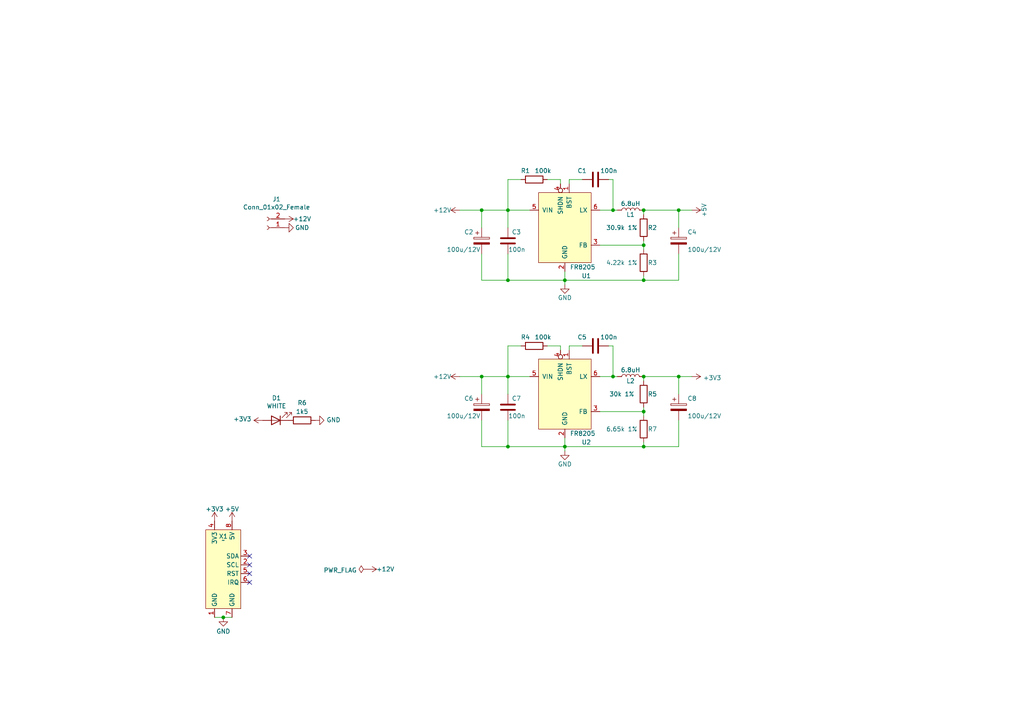
<source format=kicad_sch>
(kicad_sch (version 20220914) (generator eeschema)
  (paper "A4")
  (lib_symbols
    (symbol "Connector:Conn_01x02_Female" (pin_names (offset 1.016) hide)
      (property "Reference" "J" (at 0 2.54 0))
      (property "Value" "Conn_01x02_Female" (at 0 -5.08 0))
      (symbol "Conn_01x02_Female_1_1"
        (arc (start 0 -2.032) (mid -0.508 -2.54) (end 0 -3.048) (stroke (width 0.1524)))
        (polyline (pts (xy -1.27 -2.54) (xy -0.508 -2.54)) (stroke (width 0.1524)))
        (polyline (pts (xy -1.27 0) (xy -0.508 0)) (stroke (width 0.1524)))
        (arc (start 0 0.508) (mid -0.508 0) (end 0 -0.508) (stroke (width 0.1524)))
        (pin passive line (at -5.08 0 0) (length 3.81) (name "Pin_1") (number "1"))
        (pin passive line (at -5.08 -2.54 0) (length 3.81) (name "Pin_2") (number "2"))
      )
    )
    (symbol "Device:C" (pin_numbers hide) (pin_names (offset 0.254))
      (property "Reference" "C" (at 0.635 2.54 0))
      (property "Value" "C" (at 0.635 -2.54 0))
      (symbol "C_0_1"
        (polyline (pts (xy -2.032 -0.762) (xy 2.032 -0.762)) (stroke (width 0.508)))
        (polyline (pts (xy -2.032 0.762) (xy 2.032 0.762)) (stroke (width 0.508)))
      )
      (symbol "C_1_1"
        (pin passive line (at 0 3.81 270) (length 2.794) (name "~") (number "1"))
        (pin passive line (at 0 -3.81 90) (length 2.794) (name "~") (number "2"))
      )
    )
    (symbol "Device:C_Polarized" (pin_numbers hide) (pin_names (offset 0.254))
      (property "Reference" "C" (at 0.635 2.54 0))
      (property "Value" "C_Polarized" (at 0.635 -2.54 0))
      (symbol "C_Polarized_0_1"
        (rectangle (start -2.286 0.508) (end 2.286 1.016))
        (polyline (pts (xy -1.778 2.286) (xy -0.762 2.286)))
        (polyline (pts (xy -1.27 2.794) (xy -1.27 1.778)))
        (rectangle (start 2.286 -0.508) (end -2.286 -1.016) (fill (type outline)))
      )
      (symbol "C_Polarized_1_1"
        (pin passive line (at 0 3.81 270) (length 2.794) (name "~") (number "1"))
        (pin passive line (at 0 -3.81 90) (length 2.794) (name "~") (number "2"))
      )
    )
    (symbol "Device:L" (pin_numbers hide) (pin_names (offset 1.016) hide)
      (property "Reference" "L" (at -1.27 0 90))
      (property "Value" "L" (at 1.905 0 90))
      (symbol "L_0_1"
        (arc (start 0 -2.54) (mid 0.635 -1.905) (end 0 -1.27))
        (arc (start 0 -1.27) (mid 0.635 -0.635) (end 0 0))
        (arc (start 0 0) (mid 0.635 0.635) (end 0 1.27))
        (arc (start 0 1.27) (mid 0.635 1.905) (end 0 2.54))
      )
      (symbol "L_1_1"
        (pin passive line (at 0 3.81 270) (length 1.27) (name "1") (number "1"))
        (pin passive line (at 0 -3.81 90) (length 1.27) (name "2") (number "2"))
      )
    )
    (symbol "Device:LED" (pin_numbers hide) (pin_names (offset 1.016) hide)
      (property "Reference" "D" (at 0 2.54 0))
      (property "Value" "LED" (at 0 -2.54 0))
      (symbol "LED_0_1"
        (polyline (pts (xy -1.27 -1.27) (xy -1.27 1.27)) (stroke (width 0.254)))
        (polyline (pts (xy -1.27 0) (xy 1.27 0)))
        (polyline (pts (xy 1.27 -1.27) (xy 1.27 1.27) (xy -1.27 0) (xy 1.27 -1.27)) (stroke (width 0.254)))
        (polyline (pts (xy -3.048 -0.762) (xy -4.572 -2.286) (xy -3.81 -2.286) (xy -4.572 -2.286) (xy -4.572 -1.524)))
        (polyline (pts (xy -1.778 -0.762) (xy -3.302 -2.286) (xy -2.54 -2.286) (xy -3.302 -2.286) (xy -3.302 -1.524)))
      )
      (symbol "LED_1_1"
        (pin passive line (at -3.81 0 0) (length 2.54) (name "K") (number "1"))
        (pin passive line (at 3.81 0 180) (length 2.54) (name "A") (number "2"))
      )
    )
    (symbol "Device:R" (pin_numbers hide) (pin_names (offset 0))
      (property "Reference" "R" (at 2.032 0 90))
      (property "Value" "R" (at 0 0 90))
      (symbol "R_0_1"
        (rectangle (start -1.016 -2.54) (end 1.016 2.54) (stroke (width 0.254)))
      )
      (symbol "R_1_1"
        (pin passive line (at 0 3.81 270) (length 1.27) (name "~") (number "1"))
        (pin passive line (at 0 -3.81 90) (length 1.27) (name "~") (number "2"))
      )
    )
    (symbol "Drake:FR8205" (pin_names (offset 1.016))
      (property "Reference" "U" (at 6.35 13.97 0))
      (property "Value" "FR8205" (at 5.08 -8.89 0))
      (symbol "FR8205_0_1"
        (rectangle (start 7.62 -7.62) (end -7.62 12.7) (fill (type background)))
      )
      (symbol "FR8205_1_1"
        (pin bidirectional line (at 1.27 15.24 270) (length 2.54) (name "BST") (number "1"))
        (pin power_in line (at 0 -10.16 90) (length 2.54) (name "GND") (number "2"))
        (pin input line (at 10.16 -2.54 180) (length 2.54) (name "FB") (number "3"))
        (pin input inverted (at -1.27 15.24 270) (length 2.54) (name "SHDN") (number "4"))
        (pin power_in line (at -10.16 7.62 0) (length 2.54) (name "VIN") (number "5"))
        (pin power_out line (at 10.16 7.62 180) (length 2.54) (name "LX") (number "6"))
      )
    )
    (symbol "power:+12V" (power) (pin_names (offset 0))
      (property "Value" "+12V" (at 0 3.556 0))
      (symbol "+12V_0_1"
        (polyline (pts (xy -0.762 1.27) (xy 0 2.54)))
        (polyline (pts (xy 0 0) (xy 0 2.54)))
        (polyline (pts (xy 0 2.54) (xy 0.762 1.27)))
      )
      (symbol "+12V_1_1"
        (pin power_in line (at 0 0 90) (length 0) hide (name "+12V") (number "1"))
      )
    )
    (symbol "power:+3V3" (power) (pin_names (offset 0))
      (property "Value" "+3V3" (at 0 3.556 0))
      (symbol "+3V3_0_1"
        (polyline (pts (xy -0.762 1.27) (xy 0 2.54)))
        (polyline (pts (xy 0 0) (xy 0 2.54)))
        (polyline (pts (xy 0 2.54) (xy 0.762 1.27)))
      )
      (symbol "+3V3_1_1"
        (pin power_in line (at 0 0 90) (length 0) hide (name "+3V3") (number "1"))
      )
    )
    (symbol "power:+5V" (power) (pin_names (offset 0))
      (property "Value" "+5V" (at 0 3.556 0))
      (symbol "+5V_0_1"
        (polyline (pts (xy -0.762 1.27) (xy 0 2.54)))
        (polyline (pts (xy 0 0) (xy 0 2.54)))
        (polyline (pts (xy 0 2.54) (xy 0.762 1.27)))
      )
      (symbol "+5V_1_1"
        (pin power_in line (at 0 0 90) (length 0) hide (name "+5V") (number "1"))
      )
    )
    (symbol "power:GND" (power) (pin_names (offset 0))
      (property "Value" "GND" (at 0 -3.81 0))
      (symbol "GND_0_1"
        (polyline (pts (xy 0 0) (xy 0 -1.27) (xy 1.27 -1.27) (xy 0 -2.54) (xy -1.27 -1.27) (xy 0 -1.27)))
      )
      (symbol "GND_1_1"
        (pin power_in line (at 0 0 270) (length 0) hide (name "GND") (number "1"))
      )
    )
    (symbol "power:PWR_FLAG" (power) (pin_numbers hide) (pin_names (offset 0) hide)
      (property "Value" "PWR_FLAG" (at 0 3.81 0))
      (symbol "PWR_FLAG_0_0"
        (pin power_out line (at 0 0 90) (length 0) (name "pwr") (number "1"))
      )
      (symbol "PWR_FLAG_0_1"
        (polyline (pts (xy 0 0) (xy 0 1.27) (xy -1.016 1.905) (xy 0 2.54) (xy 1.016 1.905) (xy 0 1.27)))
      )
    )
    (symbol "t80:t80-pin-header"
      (property "Reference" "X" (at 7.62 10.16 0))
      (symbol "t80-pin-header_0_0"
        (pin power_out line (at -2.54 -15.24 90) (length 2.54) (name "GND") (number "1"))
        (pin bidirectional line (at 7.62 0 180) (length 2.54) (name "SCL") (number "2"))
        (pin bidirectional line (at 7.62 2.54 180) (length 2.54) (name "SDA") (number "3"))
        (pin power_out line (at -2.54 12.7 270) (length 2.54) (name "3V3") (number "4"))
        (pin bidirectional line (at 7.62 -2.54 180) (length 2.54) (name "RST") (number "5"))
        (pin bidirectional line (at 7.62 -5.08 180) (length 2.54) (name "IRQ") (number "6"))
        (pin power_out line (at 2.54 -15.24 90) (length 2.54) (name "GND") (number "7"))
        (pin power_out line (at 2.54 12.7 270) (length 2.54) (name "5V") (number "8"))
      )
      (symbol "t80-pin-header_0_1"
        (rectangle (start -5.08 10.16) (end 5.08 -12.7) (fill (type background)))
      )
    )
  )
  (junction (at 186.69 81.28))
  (junction (at 186.69 109.22))
  (junction (at 64.77 179.07))
  (junction (at 147.32 129.54))
  (junction (at 177.8 109.22))
  (junction (at 196.85 60.96))
  (junction (at 186.69 71.12))
  (junction (at 186.69 119.38))
  (junction (at 147.32 109.22))
  (junction (at 163.83 129.54))
  (junction (at 139.7 109.22))
  (junction (at 186.69 129.54))
  (junction (at 196.85 109.22))
  (junction (at 147.32 60.96))
  (junction (at 186.69 60.96))
  (junction (at 177.8 60.96))
  (junction (at 139.7 60.96))
  (junction (at 163.83 81.28))
  (junction (at 147.32 81.28))
  (no_connect (at 72.39 166.37))
  (no_connect (at 72.39 168.91))
  (no_connect (at 72.39 163.83))
  (no_connect (at 72.39 161.29))
  (wire (pts (xy 139.7 81.28) (xy 147.32 81.28)))
  (wire (pts (xy 186.69 71.12) (xy 186.69 72.39)))
  (wire (pts (xy 151.13 52.07) (xy 147.32 52.07)))
  (wire (pts (xy 139.7 60.96) (xy 147.32 60.96)))
  (wire (pts (xy 139.7 109.22) (xy 147.32 109.22)))
  (wire (pts (xy 162.56 100.33) (xy 162.56 101.6)))
  (wire (pts (xy 165.1 53.34) (xy 165.1 52.07)))
  (wire (pts (xy 163.83 130.81) (xy 163.83 129.54)))
  (wire (pts (xy 133.35 109.22) (xy 139.7 109.22)))
  (wire (pts (xy 186.69 119.38) (xy 186.69 118.11)))
  (wire (pts (xy 186.69 109.22) (xy 196.85 109.22)))
  (wire (pts (xy 163.83 127) (xy 163.83 129.54)))
  (wire (pts (xy 173.99 119.38) (xy 186.69 119.38)))
  (wire (pts (xy 147.32 66.04) (xy 147.32 60.96)))
  (wire (pts (xy 186.69 128.27) (xy 186.69 129.54)))
  (wire (pts (xy 186.69 71.12) (xy 186.69 69.85)))
  (wire (pts (xy 158.75 52.07) (xy 162.56 52.07)))
  (wire (pts (xy 165.1 101.6) (xy 165.1 100.33)))
  (wire (pts (xy 165.1 100.33) (xy 168.91 100.33)))
  (wire (pts (xy 196.85 81.28) (xy 186.69 81.28)))
  (wire (pts (xy 163.83 81.28) (xy 186.69 81.28)))
  (wire (pts (xy 147.32 121.92) (xy 147.32 129.54)))
  (wire (pts (xy 196.85 121.92) (xy 196.85 129.54)))
  (wire (pts (xy 196.85 114.3) (xy 196.85 109.22)))
  (wire (pts (xy 139.7 114.3) (xy 139.7 109.22)))
  (wire (pts (xy 147.32 114.3) (xy 147.32 109.22)))
  (wire (pts (xy 147.32 73.66) (xy 147.32 81.28)))
  (wire (pts (xy 165.1 52.07) (xy 168.91 52.07)))
  (wire (pts (xy 147.32 100.33) (xy 147.32 109.22)))
  (wire (pts (xy 186.69 62.23) (xy 186.69 60.96)))
  (wire (pts (xy 173.99 60.96) (xy 177.8 60.96)))
  (wire (pts (xy 177.8 109.22) (xy 177.8 100.33)))
  (wire (pts (xy 196.85 66.04) (xy 196.85 60.96)))
  (wire (pts (xy 173.99 71.12) (xy 186.69 71.12)))
  (wire (pts (xy 139.7 121.92) (xy 139.7 129.54)))
  (wire (pts (xy 163.83 78.74) (xy 163.83 81.28)))
  (wire (pts (xy 147.32 81.28) (xy 163.83 81.28)))
  (wire (pts (xy 151.13 100.33) (xy 147.32 100.33)))
  (wire (pts (xy 162.56 52.07) (xy 162.56 53.34)))
  (wire (pts (xy 139.7 73.66) (xy 139.7 81.28)))
  (wire (pts (xy 139.7 129.54) (xy 147.32 129.54)))
  (wire (pts (xy 177.8 60.96) (xy 177.8 52.07)))
  (wire (pts (xy 186.69 60.96) (xy 196.85 60.96)))
  (wire (pts (xy 177.8 100.33) (xy 176.53 100.33)))
  (wire (pts (xy 163.83 82.55) (xy 163.83 81.28)))
  (wire (pts (xy 177.8 52.07) (xy 176.53 52.07)))
  (wire (pts (xy 186.69 119.38) (xy 186.69 120.65)))
  (wire (pts (xy 147.32 52.07) (xy 147.32 60.96)))
  (wire (pts (xy 186.69 80.01) (xy 186.69 81.28)))
  (wire (pts (xy 139.7 66.04) (xy 139.7 60.96)))
  (wire (pts (xy 64.77 179.07) (xy 67.31 179.07)))
  (wire (pts (xy 173.99 109.22) (xy 177.8 109.22)))
  (wire (pts (xy 158.75 100.33) (xy 162.56 100.33)))
  (wire (pts (xy 196.85 73.66) (xy 196.85 81.28)))
  (wire (pts (xy 177.8 60.96) (xy 179.07 60.96)))
  (wire (pts (xy 177.8 109.22) (xy 179.07 109.22)))
  (wire (pts (xy 196.85 109.22) (xy 200.66 109.22)))
  (wire (pts (xy 196.85 129.54) (xy 186.69 129.54)))
  (wire (pts (xy 186.69 110.49) (xy 186.69 109.22)))
  (wire (pts (xy 62.23 179.07) (xy 64.77 179.07)))
  (wire (pts (xy 147.32 129.54) (xy 163.83 129.54)))
  (wire (pts (xy 147.32 109.22) (xy 153.67 109.22)))
  (wire (pts (xy 133.35 60.96) (xy 139.7 60.96)))
  (wire (pts (xy 163.83 129.54) (xy 186.69 129.54)))
  (wire (pts (xy 196.85 60.96) (xy 200.66 60.96)))
  (wire (pts (xy 147.32 60.96) (xy 153.67 60.96)))
  (symbol (lib_id "Device:C") (at 147.32 69.85 180) (unit 1)
    (default_instance (reference "") (unit 1) (value "") (footprint ""))
    (property "Reference" "C3" (at 151.13 67.31 0) (effects (justify left)))
    (property "Value" "100n" (at 152.4 72.39 0) (effects (justify left)))
    (property "Footprint" "Capacitor_SMD:C_0805_2012Metric" (effects hide))
  )
  (symbol (lib_id "Device:C_Polarized") (at 196.85 118.11 0) (unit 1)
    (default_instance (reference "") (unit 1) (value "") (footprint ""))
    (property "Reference" "C8" (at 199.39 115.57 0) (effects (justify left)))
    (property "Value" "100u/12V" (at 199.39 120.65 0) (effects (justify left)))
    (property "Footprint" "Capacitor_SMD:CP_Elec_6.3x5.4" (effects hide))
  )
  (symbol (lib_id "Drake:FR8205") (at 163.83 68.58 0) (unit 1)
    (default_instance (reference "") (unit 1) (value "") (footprint ""))
    (property "Reference" "U1" (at 171.45 80.01 0) (effects (justify right)))
    (property "Value" "FR8205" (at 172.72 77.47 0) (effects (justify right)))
    (property "Footprint" "Package_TO_SOT_SMD:SOT-23-6" (effects hide))
    (property "Datasheet" "https://datasheet.lcsc.com/szlcsc/FR8205AS6CTR_C172765.pdf" (effects hide))
  )
  (symbol (lib_id "Drake:FR8205") (at 163.83 116.84 0) (unit 1)
    (default_instance (reference "") (unit 1) (value "") (footprint ""))
    (property "Reference" "U2" (at 171.45 128.27 0) (effects (justify right)))
    (property "Value" "FR8205" (at 172.72 125.73 0) (effects (justify right)))
    (property "Footprint" "Package_TO_SOT_SMD:SOT-23-6" (effects hide))
    (property "Datasheet" "https://datasheet.lcsc.com/szlcsc/FR8205AS6CTR_C172765.pdf" (effects hide))
  )
  (symbol (lib_id "Device:C") (at 147.32 118.11 180) (unit 1)
    (default_instance (reference "") (unit 1) (value "") (footprint ""))
    (property "Reference" "C7" (at 151.13 115.57 0) (effects (justify left)))
    (property "Value" "100n" (at 152.4 120.65 0) (effects (justify left)))
    (property "Footprint" "Capacitor_SMD:C_0805_2012Metric" (effects hide))
  )
  (symbol (lib_id "power:+3V3") (at 200.66 109.22 270) (unit 1)
    (default_instance (reference "") (unit 1) (value "") (footprint ""))
    (property "Reference" "#PWR013" (effects hide))
    (property "Value" "+3V3" (at 203.9112 109.601 90) (effects (justify left)))
  )
  (symbol (lib_id "power:+3V3") (at 76.2 121.92 90) (unit 1)
    (default_instance (reference "") (unit 1) (value "") (footprint ""))
    (property "Reference" "#PWR01" (effects hide))
    (property "Value" "+3V3" (at 72.9488 121.539 90) (effects (justify left)))
  )
  (symbol (lib_id "t80:t80-pin-header") (at 64.77 163.83 0) (unit 1)
    (default_instance (reference "X1") (unit 1) (value "~") (footprint ""))
    (property "Reference" "X1" (at 64.77 155.5623 0))
    (property "Value" "~" (at 64.77 156.6895 0))
    (property "Footprint" "Connector_IDC:IDC-Header_2x04_P2.54mm_Vertical" (effects hide))
  )
  (symbol (lib_id "power:+5V") (at 67.31 151.13 0) (unit 1)
    (default_instance (reference "#PWR?") (unit 1) (value "+5V") (footprint ""))
    (property "Reference" "#PWR0101" (effects hide))
    (property "Value" "+5V" (at 67.31 147.6471 0))
  )
  (symbol (lib_id "power:GND") (at 163.83 130.81 0) (unit 1)
    (default_instance (reference "") (unit 1) (value "") (footprint ""))
    (property "Reference" "#PWR011" (effects hide))
    (property "Value" "GND" (at 163.83 134.62 0))
  )
  (symbol (lib_id "Device:R") (at 186.69 66.04 180) (unit 1)
    (default_instance (reference "") (unit 1) (value "") (footprint ""))
    (property "Reference" "R2" (at 189.23 66.04 0))
    (property "Value" "30.9k 1%" (at 180.34 66.04 0))
    (property "Footprint" "Resistor_SMD:R_0805_2012Metric" (effects hide))
  )
  (symbol (lib_id "Device:R") (at 154.94 100.33 270) (unit 1)
    (default_instance (reference "") (unit 1) (value "") (footprint ""))
    (property "Reference" "R4" (at 152.4 97.79 90))
    (property "Value" "100k" (at 157.48 97.79 90))
    (property "Footprint" "Resistor_SMD:R_0805_2012Metric" (effects hide))
  )
  (symbol (lib_id "Device:LED") (at 80.01 121.92 180) (unit 1)
    (default_instance (reference "") (unit 1) (value "") (footprint ""))
    (property "Reference" "D1" (at 80.1878 115.443 0))
    (property "Value" "WHITE" (at 80.1878 117.7544 0))
    (property "Footprint" "LED_SMD:LED_0805_2012Metric_Pad1.15x1.40mm_HandSolder" (effects hide))
  )
  (symbol (lib_id "power:+12V") (at 133.35 109.22 90) (unit 1)
    (default_instance (reference "") (unit 1) (value "") (footprint ""))
    (property "Reference" "#PWR09" (effects hide))
    (property "Value" "+12V" (at 128.27 109.22 90))
  )
  (symbol (lib_id "Device:C_Polarized") (at 139.7 118.11 0) (unit 1)
    (default_instance (reference "") (unit 1) (value "") (footprint ""))
    (property "Reference" "C6" (at 134.62 115.57 0) (effects (justify left)))
    (property "Value" "100u/12V" (at 129.54 120.65 0) (effects (justify left)))
    (property "Footprint" "Capacitor_SMD:CP_Elec_6.3x5.4" (effects hide))
  )
  (symbol (lib_id "power:GND") (at 82.55 66.04 90) (unit 1)
    (default_instance (reference "") (unit 1) (value "") (footprint ""))
    (property "Reference" "#PWR03" (effects hide))
    (property "Value" "GND" (at 87.63 66.04 90))
  )
  (symbol (lib_id "Connector:Conn_01x02_Female") (at 77.47 66.04 180) (unit 1)
    (default_instance (reference "") (unit 1) (value "") (footprint ""))
    (property "Reference" "J1" (at 80.2132 57.785 0))
    (property "Value" "Conn_01x02_Female" (at 80.2132 60.0964 0))
    (property "Footprint" "Drake:DG235-3.81-02P" (effects hide))
  )
  (symbol (lib_id "Device:R") (at 154.94 52.07 270) (unit 1)
    (default_instance (reference "") (unit 1) (value "") (footprint ""))
    (property "Reference" "R1" (at 152.4 49.53 90))
    (property "Value" "100k" (at 157.48 49.53 90))
    (property "Footprint" "Resistor_SMD:R_0805_2012Metric" (effects hide))
  )
  (symbol (lib_id "power:GND") (at 163.83 82.55 0) (unit 1)
    (default_instance (reference "") (unit 1) (value "") (footprint ""))
    (property "Reference" "#PWR010" (effects hide))
    (property "Value" "GND" (at 163.83 86.36 0))
  )
  (symbol (lib_id "power:+3V3") (at 62.23 151.13 0) (unit 1)
    (default_instance (reference "#PWR?") (unit 1) (value "+3V3") (footprint ""))
    (property "Reference" "#PWR0110" (effects hide))
    (property "Value" "+3V3" (at 62.23 147.6471 0))
  )
  (symbol (lib_id "Device:C") (at 172.72 52.07 90) (unit 1)
    (default_instance (reference "") (unit 1) (value "") (footprint ""))
    (property "Reference" "C1" (at 170.18 49.53 90) (effects (justify left)))
    (property "Value" "100n" (at 179.07 49.53 90) (effects (justify left)))
    (property "Footprint" "Capacitor_SMD:C_0805_2012Metric" (effects hide))
  )
  (symbol (lib_id "Device:R") (at 186.69 124.46 180) (unit 1)
    (default_instance (reference "") (unit 1) (value "") (footprint ""))
    (property "Reference" "R7" (at 189.23 124.46 0))
    (property "Value" "6.65k 1%" (at 180.34 124.46 0))
    (property "Footprint" "Resistor_SMD:R_0805_2012Metric" (effects hide))
  )
  (symbol (lib_id "Device:L") (at 182.88 60.96 90) (unit 1)
    (default_instance (reference "") (unit 1) (value "") (footprint ""))
    (property "Reference" "L1" (at 182.88 62.23 90))
    (property "Value" "6.8uH" (at 182.88 59.055 90))
    (property "Footprint" "Drake:CKCS6028" (effects hide))
  )
  (symbol (lib_id "power:PWR_FLAG") (at 106.68 165.1 90) (unit 1)
    (default_instance (reference "#FLG0101") (unit 1) (value "PWR_FLAG") (footprint ""))
    (property "Reference" "#FLG0101" (effects hide))
    (property "Value" "PWR_FLAG" (at 103.5051 165.3866 90) (effects (justify left)))
  )
  (symbol (lib_id "Device:R") (at 87.63 121.92 90) (unit 1)
    (default_instance (reference "") (unit 1) (value "") (footprint ""))
    (property "Reference" "R6" (at 87.63 116.84 90))
    (property "Value" "1k5" (at 87.63 119.38 90))
    (property "Footprint" "Resistor_SMD:R_0805_2012Metric" (effects hide))
  )
  (symbol (lib_id "power:+12V") (at 82.55 63.5 270) (unit 1)
    (default_instance (reference "") (unit 1) (value "") (footprint ""))
    (property "Reference" "#PWR02" (effects hide))
    (property "Value" "+12V" (at 87.63 63.5 90))
  )
  (symbol (lib_id "power:+5V") (at 200.66 60.96 270) (unit 1)
    (default_instance (reference "") (unit 1) (value "") (footprint ""))
    (property "Reference" "#PWR012" (effects hide))
    (property "Value" "+5V" (at 204.216 60.96 0))
  )
  (symbol (lib_id "Device:R") (at 186.69 114.3 180) (unit 1)
    (default_instance (reference "") (unit 1) (value "") (footprint ""))
    (property "Reference" "R5" (at 189.23 114.3 0))
    (property "Value" "30k 1%" (at 180.34 114.3 0))
    (property "Footprint" "Resistor_SMD:R_0805_2012Metric" (effects hide))
  )
  (symbol (lib_id "Device:C_Polarized") (at 139.7 69.85 0) (unit 1)
    (default_instance (reference "") (unit 1) (value "") (footprint ""))
    (property "Reference" "C2" (at 134.62 67.31 0) (effects (justify left)))
    (property "Value" "100u/12V" (at 129.54 72.39 0) (effects (justify left)))
    (property "Footprint" "Capacitor_SMD:CP_Elec_6.3x5.4" (effects hide))
  )
  (symbol (lib_id "Device:C_Polarized") (at 196.85 69.85 0) (unit 1)
    (default_instance (reference "") (unit 1) (value "") (footprint ""))
    (property "Reference" "C4" (at 199.39 67.31 0) (effects (justify left)))
    (property "Value" "100u/12V" (at 199.39 72.39 0) (effects (justify left)))
    (property "Footprint" "Capacitor_SMD:CP_Elec_6.3x5.4" (effects hide))
  )
  (symbol (lib_id "power:GND") (at 91.44 121.92 90) (unit 1)
    (default_instance (reference "") (unit 1) (value "") (footprint ""))
    (property "Reference" "#PWR07" (effects hide))
    (property "Value" "GND" (at 94.6912 121.793 90) (effects (justify right)))
  )
  (symbol (lib_id "power:+12V") (at 106.68 165.1 270) (unit 1)
    (default_instance (reference "") (unit 1) (value "") (footprint ""))
    (property "Reference" "#PWR0102" (effects hide))
    (property "Value" "+12V" (at 111.76 165.1 90))
  )
  (symbol (lib_id "power:GND") (at 64.77 179.07 0) (unit 1)
    (default_instance (reference "#PWR?") (unit 1) (value "GND") (footprint ""))
    (property "Reference" "#PWR0103" (effects hide))
    (property "Value" "GND" (at 64.77 183.1261 0))
  )
  (symbol (lib_id "Device:R") (at 186.69 76.2 180) (unit 1)
    (default_instance (reference "") (unit 1) (value "") (footprint ""))
    (property "Reference" "R3" (at 189.23 76.2 0))
    (property "Value" "4.22k 1%" (at 180.34 76.2 0))
    (property "Footprint" "Resistor_SMD:R_0805_2012Metric" (effects hide))
  )
  (symbol (lib_id "Device:L") (at 182.88 109.22 90) (unit 1)
    (default_instance (reference "") (unit 1) (value "") (footprint ""))
    (property "Reference" "L2" (at 182.88 110.49 90))
    (property "Value" "6.8uH" (at 182.88 107.315 90))
    (property "Footprint" "Drake:CKCS6028" (effects hide))
  )
  (symbol (lib_id "power:+12V") (at 133.35 60.96 90) (unit 1)
    (default_instance (reference "") (unit 1) (value "") (footprint ""))
    (property "Reference" "#PWR08" (effects hide))
    (property "Value" "+12V" (at 128.27 60.96 90))
  )
  (symbol (lib_id "Device:C") (at 172.72 100.33 90) (unit 1)
    (default_instance (reference "") (unit 1) (value "") (footprint ""))
    (property "Reference" "C5" (at 170.18 97.79 90) (effects (justify left)))
    (property "Value" "100n" (at 179.07 97.79 90) (effects (justify left)))
    (property "Footprint" "Capacitor_SMD:C_0805_2012Metric" (effects hide))
  )
)
</source>
